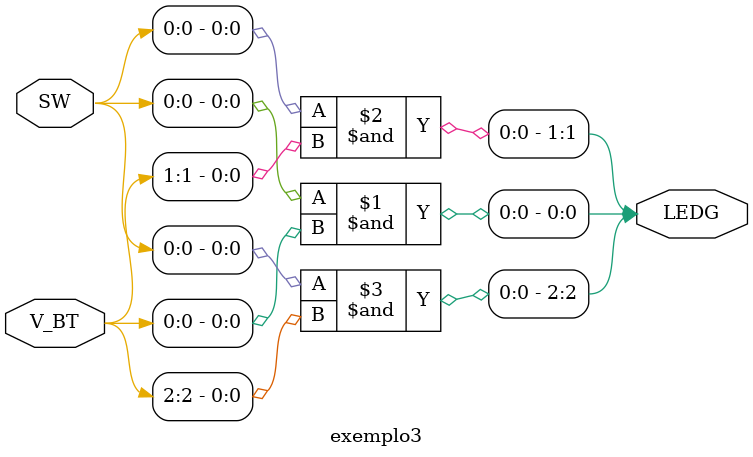
<source format=v>
module exemplo3 (SW, V_BT, LEDG);
input wire [0:17] SW;
input wire [0:2] V_BT;
output wire [0:8] LEDG;

assign LEDG[0] = SW[0] & V_BT[0];
assign LEDG[1] = SW[0] & V_BT[1];
assign LEDG[2] = SW[0] & V_BT[2];

endmodule 
</source>
